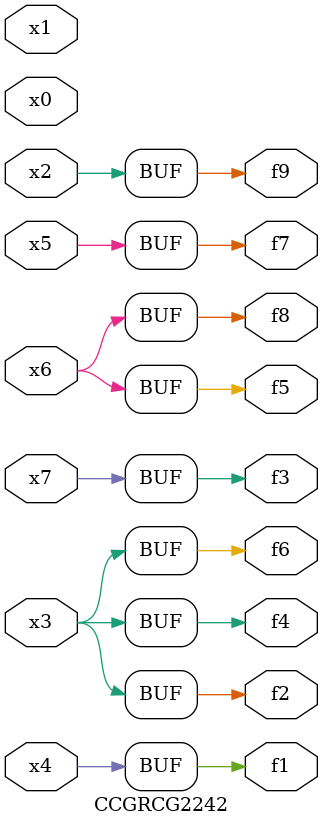
<source format=v>
module CCGRCG2242(
	input x0, x1, x2, x3, x4, x5, x6, x7,
	output f1, f2, f3, f4, f5, f6, f7, f8, f9
);
	assign f1 = x4;
	assign f2 = x3;
	assign f3 = x7;
	assign f4 = x3;
	assign f5 = x6;
	assign f6 = x3;
	assign f7 = x5;
	assign f8 = x6;
	assign f9 = x2;
endmodule

</source>
